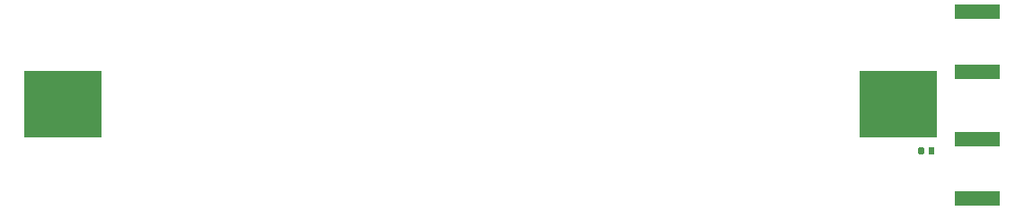
<source format=gbr>
G04 #@! TF.GenerationSoftware,KiCad,Pcbnew,(5.1.5)-3*
G04 #@! TF.CreationDate,2020-05-16T21:03:05+05:30*
G04 #@! TF.ProjectId,ArmTrax,41726d54-7261-4782-9e6b-696361645f70,rev?*
G04 #@! TF.SameCoordinates,Original*
G04 #@! TF.FileFunction,Paste,Bot*
G04 #@! TF.FilePolarity,Positive*
%FSLAX46Y46*%
G04 Gerber Fmt 4.6, Leading zero omitted, Abs format (unit mm)*
G04 Created by KiCad (PCBNEW (5.1.5)-3) date 2020-05-16 21:03:05*
%MOMM*%
%LPD*%
G04 APERTURE LIST*
%ADD10R,7.340000X6.350000*%
%ADD11C,0.100000*%
%ADD12R,4.200000X1.350000*%
G04 APERTURE END LIST*
D10*
X143130000Y-63600000D03*
X64470000Y-63600000D03*
D11*
G36*
X145491958Y-67680710D02*
G01*
X145506276Y-67682834D01*
X145520317Y-67686351D01*
X145533946Y-67691228D01*
X145547031Y-67697417D01*
X145559447Y-67704858D01*
X145571073Y-67713481D01*
X145581798Y-67723202D01*
X145591519Y-67733927D01*
X145600142Y-67745553D01*
X145607583Y-67757969D01*
X145613772Y-67771054D01*
X145618649Y-67784683D01*
X145622166Y-67798724D01*
X145624290Y-67813042D01*
X145625000Y-67827500D01*
X145625000Y-68172500D01*
X145624290Y-68186958D01*
X145622166Y-68201276D01*
X145618649Y-68215317D01*
X145613772Y-68228946D01*
X145607583Y-68242031D01*
X145600142Y-68254447D01*
X145591519Y-68266073D01*
X145581798Y-68276798D01*
X145571073Y-68286519D01*
X145559447Y-68295142D01*
X145547031Y-68302583D01*
X145533946Y-68308772D01*
X145520317Y-68313649D01*
X145506276Y-68317166D01*
X145491958Y-68319290D01*
X145477500Y-68320000D01*
X145182500Y-68320000D01*
X145168042Y-68319290D01*
X145153724Y-68317166D01*
X145139683Y-68313649D01*
X145126054Y-68308772D01*
X145112969Y-68302583D01*
X145100553Y-68295142D01*
X145088927Y-68286519D01*
X145078202Y-68276798D01*
X145068481Y-68266073D01*
X145059858Y-68254447D01*
X145052417Y-68242031D01*
X145046228Y-68228946D01*
X145041351Y-68215317D01*
X145037834Y-68201276D01*
X145035710Y-68186958D01*
X145035000Y-68172500D01*
X145035000Y-67827500D01*
X145035710Y-67813042D01*
X145037834Y-67798724D01*
X145041351Y-67784683D01*
X145046228Y-67771054D01*
X145052417Y-67757969D01*
X145059858Y-67745553D01*
X145068481Y-67733927D01*
X145078202Y-67723202D01*
X145088927Y-67713481D01*
X145100553Y-67704858D01*
X145112969Y-67697417D01*
X145126054Y-67691228D01*
X145139683Y-67686351D01*
X145153724Y-67682834D01*
X145168042Y-67680710D01*
X145182500Y-67680000D01*
X145477500Y-67680000D01*
X145491958Y-67680710D01*
G37*
G36*
X146461958Y-67680710D02*
G01*
X146476276Y-67682834D01*
X146490317Y-67686351D01*
X146503946Y-67691228D01*
X146517031Y-67697417D01*
X146529447Y-67704858D01*
X146541073Y-67713481D01*
X146551798Y-67723202D01*
X146561519Y-67733927D01*
X146570142Y-67745553D01*
X146577583Y-67757969D01*
X146583772Y-67771054D01*
X146588649Y-67784683D01*
X146592166Y-67798724D01*
X146594290Y-67813042D01*
X146595000Y-67827500D01*
X146595000Y-68172500D01*
X146594290Y-68186958D01*
X146592166Y-68201276D01*
X146588649Y-68215317D01*
X146583772Y-68228946D01*
X146577583Y-68242031D01*
X146570142Y-68254447D01*
X146561519Y-68266073D01*
X146551798Y-68276798D01*
X146541073Y-68286519D01*
X146529447Y-68295142D01*
X146517031Y-68302583D01*
X146503946Y-68308772D01*
X146490317Y-68313649D01*
X146476276Y-68317166D01*
X146461958Y-68319290D01*
X146447500Y-68320000D01*
X146152500Y-68320000D01*
X146138042Y-68319290D01*
X146123724Y-68317166D01*
X146109683Y-68313649D01*
X146096054Y-68308772D01*
X146082969Y-68302583D01*
X146070553Y-68295142D01*
X146058927Y-68286519D01*
X146048202Y-68276798D01*
X146038481Y-68266073D01*
X146029858Y-68254447D01*
X146022417Y-68242031D01*
X146016228Y-68228946D01*
X146011351Y-68215317D01*
X146007834Y-68201276D01*
X146005710Y-68186958D01*
X146005000Y-68172500D01*
X146005000Y-67827500D01*
X146005710Y-67813042D01*
X146007834Y-67798724D01*
X146011351Y-67784683D01*
X146016228Y-67771054D01*
X146022417Y-67757969D01*
X146029858Y-67745553D01*
X146038481Y-67733927D01*
X146048202Y-67723202D01*
X146058927Y-67713481D01*
X146070553Y-67704858D01*
X146082969Y-67697417D01*
X146096054Y-67691228D01*
X146109683Y-67686351D01*
X146123724Y-67682834D01*
X146138042Y-67680710D01*
X146152500Y-67680000D01*
X146447500Y-67680000D01*
X146461958Y-67680710D01*
G37*
D12*
X150600000Y-54875000D03*
X150600000Y-60525000D03*
X150600000Y-66875000D03*
X150600000Y-72525000D03*
M02*

</source>
